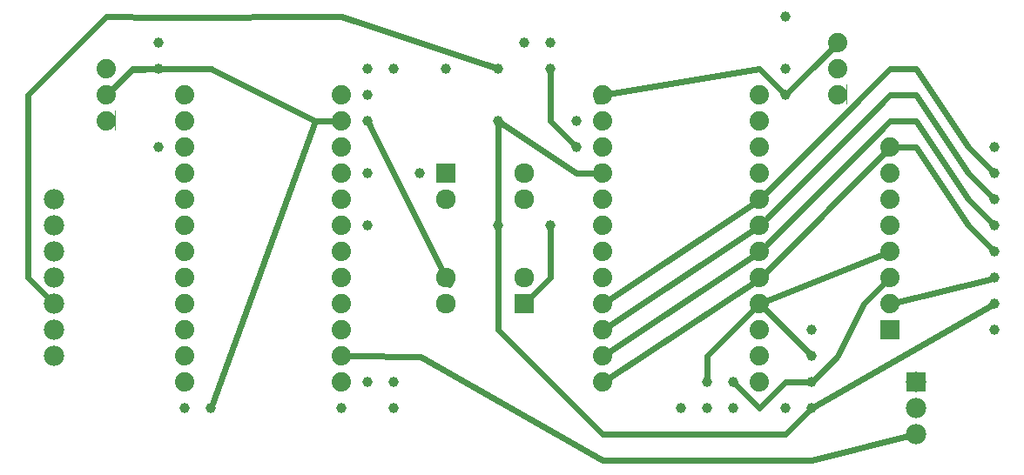
<source format=gbr>
G04*
G04 GERBER (RE)GENERATED BY FLATCAM v8.994 - www.flatcam.org - Version Date: 2020/11/7*
G04 Filename: PCB_PCB1_854475050_copperBottom.gbl_edit_1*
G04 Created on : Tuesday, 23 March 2021 at 16:45*
G04*
G04 RS-274X GERBER GENERATED BY FLATCAM v8.994 - www.flatcam.org - Version Date: 2020/11/7*
G04 Filename: PCB_PCB1_854475050_copperBottom.gbl_edit_1*
G04 Created on : Tuesday, 23 March 2021 at 10:50*
%FSLAX24Y24*%
%MOIN*%
%ADD10C,0.07399985199999999*%
%ADD11C,0.077999844*%
%ADD12C,0.075666848666*%
%ADD13C,0.07569484861*%
%ADD14C,0.03936992126*%
%ADD15R,0.077999844X0.077999844*%
%ADD16R,0.075666848666X0.075666848666*%
%ADD17R,0.07399985199999999X0.07399985199999999*%
%ADD18C,0.023999952*%
%ADD19R,0.000999998X0.000999998*%

G70*
G90*
G01*
%LPD*%
D10*
X22610Y15210D03*
X22610Y14210D03*
X22610Y13210D03*
X22610Y12210D03*
X22610Y11210D03*
X22610Y10210D03*
X22610Y09210D03*
X22610Y08210D03*
X22610Y07210D03*
X22610Y06210D03*
X22610Y05210D03*
X22610Y04210D03*
X28610Y04210D03*
X28610Y05210D03*
X28610Y06210D03*
X28610Y07210D03*
X28610Y08210D03*
X28610Y09210D03*
X28610Y10210D03*
X28610Y11210D03*
X28610Y12210D03*
X28610Y13210D03*
X28610Y14210D03*
X28610Y15210D03*
X22610Y15210D03*
X22610Y14210D03*
X22610Y13210D03*
X22610Y12210D03*
X22610Y11210D03*
X22610Y10210D03*
X22610Y09210D03*
X22610Y08210D03*
X22610Y07210D03*
X22610Y06210D03*
X22610Y05210D03*
X22610Y04210D03*
X28610Y04210D03*
X28610Y05210D03*
X28610Y06210D03*
X28610Y07210D03*
X28610Y08210D03*
X28610Y09210D03*
X28610Y10210D03*
X28610Y11210D03*
X28610Y12210D03*
X28610Y13210D03*
X28610Y14210D03*
X28610Y15210D03*
X03610Y14210D03*
X03610Y15210D03*
X03610Y16210D03*
X31610Y15210D03*
X31610Y16210D03*
X31610Y17210D03*
X06610Y15210D03*
X06610Y14210D03*
X06610Y13210D03*
X06610Y12210D03*
X06610Y11210D03*
X06610Y10210D03*
X06610Y09210D03*
X06610Y08210D03*
X06610Y07210D03*
X06610Y06210D03*
X06610Y05210D03*
X06610Y04210D03*
X12610Y04210D03*
X12610Y05210D03*
X12610Y06210D03*
X12610Y07210D03*
X12610Y08210D03*
X12610Y09210D03*
X12610Y10210D03*
X12610Y11210D03*
X12610Y12210D03*
X12610Y13210D03*
X12610Y14210D03*
X12610Y15210D03*
X06610Y15210D03*
X06610Y14210D03*
X06610Y13210D03*
X06610Y12210D03*
X06610Y11210D03*
X06610Y10210D03*
X06610Y09210D03*
X06610Y08210D03*
X06610Y07210D03*
X06610Y06210D03*
X06610Y05210D03*
X06610Y04210D03*
X12610Y04210D03*
X12610Y05210D03*
X12610Y06210D03*
X12610Y07210D03*
X12610Y08210D03*
X12610Y09210D03*
X12610Y10210D03*
X12610Y11210D03*
X12610Y12210D03*
X12610Y13210D03*
X12610Y14210D03*
X12610Y15210D03*
X33610Y07210D03*
X33610Y08210D03*
X33610Y09210D03*
X33610Y10210D03*
X33610Y11210D03*
X33610Y12210D03*
X33610Y13210D03*
X33610Y07210D03*
X33610Y08210D03*
X33610Y09210D03*
X33610Y10210D03*
X33610Y11210D03*
X33610Y12210D03*
X33610Y13210D03*
D11*
X01610Y05210D03*
X01610Y06210D03*
X01610Y07210D03*
X01610Y08210D03*
X01610Y09210D03*
X01610Y10210D03*
X01610Y11210D03*
X34610Y04210D03*
X34610Y03210D03*
X34610Y02210D03*
D12*
X19610Y07210D03*
X16620Y07210D03*
X16610Y12210D03*
X19600Y12210D03*
D13*
X19610Y08210D03*
X16610Y08210D03*
X16610Y11210D03*
X19610Y11210D03*
D14*
X15610Y12210D03*
X13610Y15210D03*
X05610Y13210D03*
X18610Y14220D03*
X13610Y14210D03*
X13610Y12210D03*
X07610Y03210D03*
X12610Y03210D03*
X06610Y03210D03*
X05610Y17210D03*
X13610Y04210D03*
X05610Y16210D03*
X21610Y13210D03*
X30610Y03210D03*
X29610Y03210D03*
X27610Y03210D03*
X30610Y06210D03*
X26610Y03210D03*
X25610Y03210D03*
X30610Y05210D03*
X30610Y04210D03*
X26610Y04210D03*
X27610Y04210D03*
X37610Y13210D03*
X37610Y07210D03*
X37610Y11210D03*
X37610Y10210D03*
X37610Y09210D03*
X37610Y06210D03*
X37610Y12210D03*
X37610Y08210D03*
X21610Y14210D03*
X20610Y10210D03*
X18610Y10210D03*
X13610Y10210D03*
X14610Y03210D03*
X14610Y04210D03*
X20610Y16210D03*
X14610Y16210D03*
X13610Y16210D03*
X19610Y17210D03*
X20610Y17210D03*
X16610Y16210D03*
X18610Y16210D03*
X29610Y16210D03*
X29610Y15210D03*
X29610Y18210D03*
D15*
X34610Y04210D03*
D16*
X19610Y07210D03*
X16610Y12210D03*
D17*
X33610Y06210D03*
X33610Y06210D03*
D18*
X07610Y16200D02*
X05620Y16200D01*
X07610Y16200D03*
X11620Y14210D02*
X07610Y16200D01*
X12610Y14210D02*
X11620Y14210D01*
X05620Y16200D02*
X04620Y16190D01*
X04620Y16190D02*
X03830Y15420D01*
X30620Y01200D03*
X30620Y01200D02*
X22760Y01200D01*
X34320Y02130D02*
X30620Y01200D01*
X22620Y01200D02*
X15630Y05190D01*
X22760Y01200D02*
X22620Y01200D01*
X15630Y05190D02*
X12920Y05210D01*
X11620Y14210D02*
X12610Y14210D01*
X07680Y03390D02*
X11620Y14210D01*
X05620Y16200D02*
X04620Y16200D01*
X04620Y16200D02*
X03830Y15420D01*
X22610Y12210D02*
X22410Y12450D01*
X22610Y12210D03*
X18750Y14080D02*
X18620Y14200D01*
X18620Y14200D02*
X21610Y12210D01*
X21610Y12210D02*
X22610Y12210D01*
X18610Y14030D02*
X18610Y10400D01*
X20610Y10020D02*
X20620Y08200D01*
X20620Y08200D02*
X19810Y07400D01*
X13620Y14200D02*
X16620Y08200D01*
X16620Y08200D02*
X16750Y07960D01*
X13700Y14040D02*
X13620Y14200D01*
X36610Y13210D02*
X37600Y12200D01*
X34620Y16210D02*
X36610Y13210D01*
X33610Y16210D02*
X34620Y16210D01*
X32610Y15210D02*
X32620Y15210D01*
X28630Y11200D02*
X32610Y15210D01*
X32620Y15210D02*
X32620Y15200D01*
X32620Y15200D02*
X33610Y16210D01*
X22870Y07380D02*
X28630Y11200D01*
X31610Y05220D02*
X30630Y04200D01*
X29620Y04200D02*
X28620Y03200D01*
X28620Y03200D02*
X27620Y04210D01*
X30630Y04200D02*
X29620Y04200D01*
X32620Y07200D02*
X31610Y05220D01*
X33600Y08200D02*
X32620Y07200D01*
X33600Y08200D03*
X28620Y07200D02*
X33600Y09200D01*
X30630Y05200D02*
X28620Y07200D01*
X28620Y07200D02*
X30630Y05200D01*
X26610Y04400D02*
X26620Y05200D01*
X29610Y02210D02*
X22610Y02210D01*
X30620Y03220D02*
X29610Y02210D01*
X18600Y06220D02*
X18610Y10020D01*
X22610Y02210D02*
X18600Y06220D01*
X37610Y07200D02*
X30620Y03220D01*
X28610Y16200D02*
X29610Y15220D01*
X29610Y15220D02*
X29610Y15200D01*
X22610Y15200D02*
X28610Y16200D01*
X29610Y15200D02*
X30610Y16200D01*
X30610Y16200D02*
X31400Y16990D01*
X29610Y15200D03*
X22410Y14970D02*
X22610Y15200D01*
X36610Y10210D02*
X34620Y13200D01*
X37480Y09340D02*
X36610Y10210D01*
X34620Y13200D02*
X33610Y13200D01*
X28630Y08190D02*
X22870Y04380D01*
X33610Y13200D02*
X28630Y08190D01*
X34620Y15210D02*
X36610Y12220D01*
X36610Y12220D02*
X37480Y11340D01*
X33610Y15210D02*
X34620Y15210D01*
X28630Y10210D02*
X33610Y15210D01*
X22870Y06380D02*
X28630Y10210D01*
X36610Y11210D02*
X37480Y10340D01*
X34620Y14210D02*
X36610Y11210D01*
X33610Y14210D02*
X34620Y14210D01*
X28630Y09220D02*
X33610Y14210D01*
X22870Y05380D02*
X28630Y09220D01*
X33920Y07280D02*
X37430Y08160D01*
X03620Y18200D02*
X05630Y18190D01*
X00620Y15200D02*
X03620Y18200D01*
X12610Y18200D02*
X18430Y16270D01*
X05630Y18190D02*
X12610Y18200D01*
X00600Y08200D02*
X00620Y15200D01*
X01400Y07420D02*
X00600Y08200D01*
X20610Y16020D02*
X20610Y14210D01*
X20610Y14210D02*
X21480Y13340D01*
X29610Y15200D02*
X30610Y16200D01*
X30610Y16200D02*
X31400Y16990D01*
X29610Y15200D03*
X26620Y05200D02*
X28620Y07200D01*
X27620Y04210D03*
D19*
X31970Y15580D03*
X31970Y15570D03*
X31970Y15560D03*
X31970Y15550D03*
X31970Y15540D03*
X31970Y15530D03*
X31970Y15520D03*
X31970Y15510D03*
X31970Y15500D03*
X31970Y15490D03*
X31970Y15480D03*
X31970Y15470D03*
X31970Y15460D03*
X31970Y15450D03*
X31970Y15440D03*
X31970Y15430D03*
X31970Y15420D03*
X31560Y15410D03*
X31970Y15410D03*
X31530Y15400D03*
X31970Y15400D03*
X31510Y15390D03*
X31970Y15390D03*
X31490Y15380D03*
X31970Y15380D03*
X31480Y15370D03*
X31970Y15370D03*
X31470Y15360D03*
X31970Y15360D03*
X31460Y15350D03*
X31970Y15350D03*
X31450Y15340D03*
X31970Y15340D03*
X31440Y15330D03*
X31970Y15330D03*
X31440Y15320D03*
X31970Y15320D03*
X31430Y15310D03*
X31970Y15310D03*
X31420Y15300D03*
X31970Y15300D03*
X31420Y15290D03*
X31970Y15290D03*
X31420Y15280D03*
X31970Y15280D03*
X31410Y15270D03*
X31970Y15270D03*
X31410Y15260D03*
X31970Y15260D03*
X31410Y15250D03*
X31970Y15250D03*
X31410Y15240D03*
X31970Y15240D03*
X31410Y15230D03*
X31970Y15230D03*
X31410Y15220D03*
X31970Y15220D03*
X31410Y15210D03*
X31970Y15210D03*
X31410Y15200D03*
X31970Y15200D03*
X31410Y15190D03*
X31970Y15190D03*
X31410Y15180D03*
X31970Y15180D03*
X31410Y15170D03*
X31970Y15170D03*
X31420Y15160D03*
X31970Y15160D03*
X31420Y15150D03*
X31970Y15150D03*
X31420Y15140D03*
X31970Y15140D03*
X31430Y15130D03*
X31970Y15130D03*
X31430Y15120D03*
X31970Y15120D03*
X31440Y15110D03*
X31970Y15110D03*
X31450Y15100D03*
X31970Y15100D03*
X31450Y15090D03*
X31970Y15090D03*
X31460Y15080D03*
X31970Y15080D03*
X31470Y15070D03*
X31970Y15070D03*
X31490Y15060D03*
X31970Y15060D03*
X31500Y15050D03*
X31970Y15050D03*
X31520Y15040D03*
X31970Y15040D03*
X31550Y15030D03*
X31970Y15030D03*
X31970Y15020D03*
X31970Y15010D03*
X31970Y15000D03*
X31970Y14990D03*
X31970Y14980D03*
X31970Y14970D03*
X31970Y14960D03*
X31970Y14950D03*
X31970Y14940D03*
X31970Y14930D03*
X31970Y14920D03*
X31970Y14910D03*
X31970Y14900D03*
X31970Y14890D03*
X31970Y14880D03*
X31970Y14870D03*
X31970Y14860D03*
X31970Y14850D03*
X03970Y14580D03*
X03970Y14570D03*
X03970Y14560D03*
X03970Y14550D03*
X03970Y14540D03*
X03970Y14530D03*
X03970Y14520D03*
X03970Y14510D03*
X03970Y14500D03*
X03970Y14490D03*
X03970Y14480D03*
X03970Y14470D03*
X03970Y14460D03*
X03970Y14450D03*
X03970Y14440D03*
X03970Y14430D03*
X03970Y14420D03*
X03560Y14410D03*
X03970Y14410D03*
X03530Y14400D03*
X03970Y14400D03*
X03510Y14390D03*
X03970Y14390D03*
X03490Y14380D03*
X03970Y14380D03*
X03480Y14370D03*
X03970Y14370D03*
X03470Y14360D03*
X03970Y14360D03*
X03460Y14350D03*
X03970Y14350D03*
X03450Y14340D03*
X03970Y14340D03*
X03440Y14330D03*
X03970Y14330D03*
X03440Y14320D03*
X03970Y14320D03*
X03430Y14310D03*
X03970Y14310D03*
X03420Y14300D03*
X03970Y14300D03*
X03420Y14290D03*
X03970Y14290D03*
X03420Y14280D03*
X03970Y14280D03*
X03410Y14270D03*
X03970Y14270D03*
X03410Y14260D03*
X03970Y14260D03*
X03410Y14250D03*
X03970Y14250D03*
X03410Y14240D03*
X03970Y14240D03*
X03410Y14230D03*
X03970Y14230D03*
X03410Y14220D03*
X03970Y14220D03*
X03410Y14210D03*
X03970Y14210D03*
X03410Y14200D03*
X03970Y14200D03*
X03410Y14190D03*
X03970Y14190D03*
X03410Y14180D03*
X03970Y14180D03*
X03410Y14170D03*
X03970Y14170D03*
X03420Y14160D03*
X03970Y14160D03*
X03420Y14150D03*
X03970Y14150D03*
X03420Y14140D03*
X03970Y14140D03*
X03430Y14130D03*
X03970Y14130D03*
X03430Y14120D03*
X03970Y14120D03*
X03440Y14110D03*
X03970Y14110D03*
X03450Y14100D03*
X03970Y14100D03*
X03450Y14090D03*
X03970Y14090D03*
X03460Y14080D03*
X03970Y14080D03*
X03470Y14070D03*
X03970Y14070D03*
X03490Y14060D03*
X03970Y14060D03*
X03500Y14050D03*
X03970Y14050D03*
X03520Y14040D03*
X03970Y14040D03*
X03550Y14030D03*
X03970Y14030D03*
X03970Y14020D03*
X03970Y14010D03*
X03970Y14000D03*
X03970Y13990D03*
X03970Y13980D03*
X03970Y13970D03*
X03970Y13960D03*
X03970Y13950D03*
X03970Y13940D03*
X03970Y13930D03*
X03970Y13920D03*
X03970Y13910D03*
X03970Y13900D03*
X03970Y13890D03*
X03970Y13880D03*
X03970Y13870D03*
X03970Y13860D03*
X03970Y13850D03*
M02*

</source>
